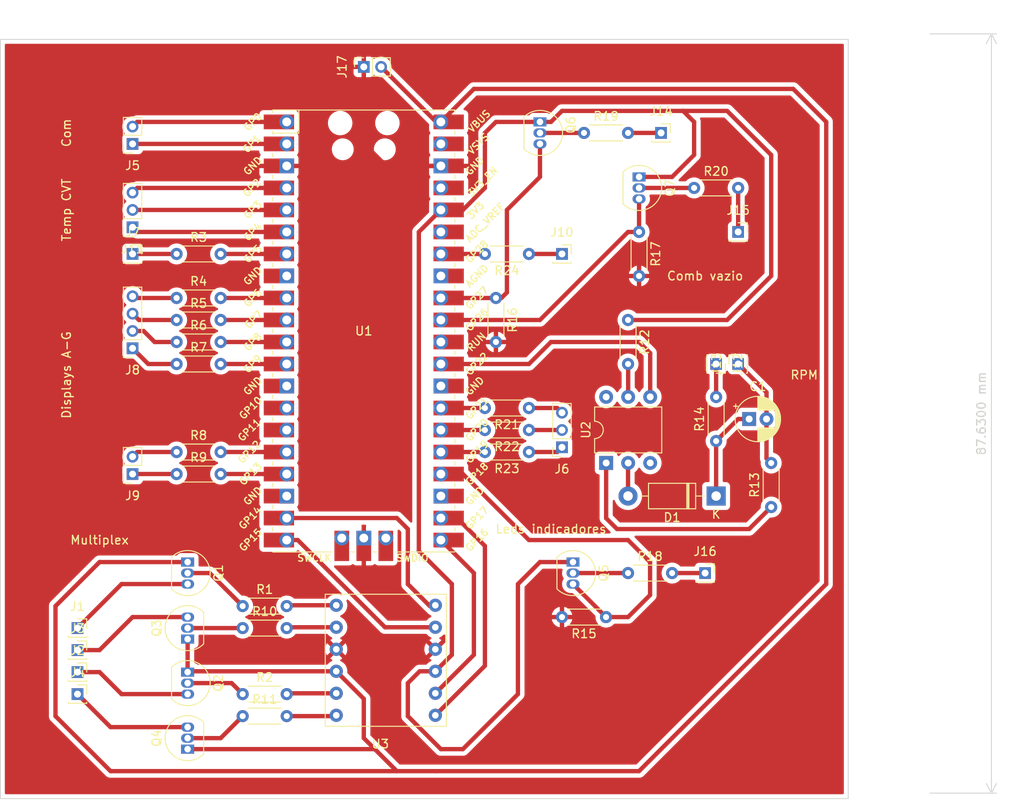
<source format=kicad_pcb>
(kicad_pcb (version 20211014) (generator pcbnew)
  (layers (0 "F.Cu" signal) (31 "B.Cu" signal) (34 "B.Paste" user) (35 "F.Paste" user) (36 "B.SilkS" user "B.Silkscreen") (37 "F.SilkS" user "F.Silkscreen") (38 "B.Mask" user) (39 "F.Mask" user) (44 "Edge.Cuts" user))
  (net 0 "")
  (net 1 "Net-(C1-Pad1)")
  (net 2 "Net-(C1-Pad2)")
  (net 3 "Net-(D1-Pad2)")
  (net 4 "Net-(J1-Pad1)")
  (net 5 "Net-(J2-Pad1)")
  (net 6 "Net-(J3-Pad1)")
  (net 7 "Net-(J4-Pad1)")
  (net 8 "HC-12_RX")
  (net 9 "HC-12_TX")
  (net 10 "LED_VERDE")
  (net 11 "LED_AMARELO")
  (net 12 "LED_VERMELHO")
  (net 13 "DISPLAY_A")
  (net 14 "DISPLAY_E")
  (net 15 "DISPLAY_D")
  (net 16 "DISPLAY_C")
  (net 17 "DISPLAY_B")
  (net 18 "DISPLAY_G")
  (net 19 "DISPLAY_F")
  (net 20 "LED_TEMPERATURA_CRITICA_CVT")
  (net 21 "GPIO_CLK")
  (net 22 "GPIO_CS")
  (net 23 "GPIO_SO")
  (net 24 "Net-(J12-Pad1)")
  (net 25 "Net-(J14-Pad1)")
  (net 26 "Net-(J15-Pad1)")
  (net 27 "Net-(J16-Pad1)")
  (net 28 "Net-(Q1-Pad2)")
  (net 29 "5V")
  (net 30 "Net-(Q2-Pad2)")
  (net 31 "Net-(Q4-Pad2)")
  (net 32 "Net-(Q5-Pad2)")
  (net 33 "VELOCIDADE")
  (net 34 "Net-(Q6-Pad2)")
  (net 35 "COMBUSTIVEL_SUPERIOR")
  (net 36 "Net-(Q7-Pad2)")
  (net 37 "COMBUSTIVEL_INFERIOR")
  (net 38 "RPM_MILHAR_5V")
  (net 39 "VEL_DECIMAL_5V")
  (net 40 "Net-(R3-Pad2)")
  (net 41 "Net-(R4-Pad2)")
  (net 42 "Net-(R5-Pad2)")
  (net 43 "Net-(R6-Pad2)")
  (net 44 "Net-(R7-Pad2)")
  (net 45 "Net-(R8-Pad2)")
  (net 46 "Net-(R9-Pad2)")
  (net 47 "RPM_CENTESIMO_5V")
  (net 48 "VEL_UNITARIO_5V")
  (net 49 "Net-(R12-Pad2)")
  (net 50 "Net-(R13-Pad1)")
  (net 51 "GND")
  (net 57 "DISPLAY_RPM_MILHAR")
  (net 58 "DISPLAY_RPM_CENTESIMAL")
  (net 59 "DISPLAY_VELOCIDADE_DECIMAL")
  (net 60 "DISPLAY_VELOCIDADE_UNITARIO")
  (net 63 "RPM")
  (net 67 "3.3V")
  (net 74 "Net-(Q3-Pad2)")
  (net 75 "Net-(J6-Pad1)")
  (net 76 "Net-(J6-Pad2)")
  (net 77 "Net-(J6-Pad3)")
  (net 78 "Net-(J10-Pad1)")
  (footprint "Resistor_THT:R_Axial_DIN0204_L3.6mm_D1.6mm_P5.08mm_Horizontal" (layer "F.Cu") (at 73.66 86.36)
    (fp_text reference "R9")
    (fp_text value "220")
  )
  (footprint "Resistor_THT:R_Axial_DIN0204_L3.6mm_D1.6mm_P5.08mm_Horizontal" (layer "F.Cu") (at 73.66 73.66)
    (fp_text reference "R7")
    (fp_text value "220")
  )
  (footprint "Connector_PinSocket_2.00mm:PinSocket_1x03_P2.00mm_Vertical" (layer "F.Cu") (at 68.58 57.88 180)
    (fp_text reference "J11")
    (fp_text value "Conn_01x03_Female")
  )
  (footprint "Package_DIP:DIP-6_W7.62mm" (layer "F.Cu") (at 123.205 85.08 90)
    (fp_text reference "U2")
    (fp_text value "4N25")
  )
  (footprint "Resistor_THT:R_Axial_DIN0204_L3.6mm_D1.6mm_P5.08mm_Horizontal" (layer "F.Cu") (at 81.28 104.14)
    (fp_text reference "R10")
    (fp_text value "10k")
  )
  (footprint "Package_TO_SOT_THT:TO-92_Inline" (layer "F.Cu") (at 74.93 105.41 90)
    (fp_text reference "Q3")
    (fp_text value "BC547")
  )
  (footprint "Connector_PinSocket_2.00mm:PinSocket_1x02_P2.00mm_Vertical" (layer "F.Cu") (at 68.58 86.36 180)
    (fp_text reference "J9")
    (fp_text value "Conn_01x02_Female")
  )
  (footprint "Resistor_THT:R_Axial_DIN0204_L3.6mm_D1.6mm_P5.08mm_Horizontal" (layer "F.Cu") (at 73.66 68.58)
    (fp_text reference "R5")
    (fp_text value "220")
  )
  (footprint "Resistor_THT:R_Axial_DIN0204_L3.6mm_D1.6mm_P5.08mm_Horizontal" (layer "F.Cu") (at 123.19 102.87 180)
    (fp_text reference "R15")
    (fp_text value "1k")
  )
  (footprint "Resistor_THT:R_Axial_DIN0204_L3.6mm_D1.6mm_P5.08mm_Horizontal" (layer "F.Cu") (at 135.89 82.55 90)
    (fp_text reference "R14")
    (fp_text value "3.3K")
  )
  (footprint "Capacitor_THT:CP_Radial_D5.0mm_P2.00mm" (layer "F.Cu") (at 139.7 80.01)
    (fp_text reference "C1")
    (fp_text value "1uF")
  )
  (footprint "Package_TO_SOT_THT:TO-92_Inline" (layer "F.Cu") (at 127 52.07 -90)
    (fp_text reference "Q7")
    (fp_text value "BC547")
  )
  (footprint "Connector_PinSocket_2.00mm:PinSocket_1x03_P2.00mm_Vertical" (layer "F.Cu") (at 118.11 83.28 180)
    (fp_text reference "J6")
    (fp_text value "Conn_01x03_Female")
  )
  (footprint "Resistor_THT:R_Axial_DIN0204_L3.6mm_D1.6mm_P5.08mm_Horizontal" (layer "F.Cu") (at 133.35 53.34)
    (fp_text reference "R20")
    (fp_text value "10k")
  )
  (footprint "Resistor_THT:R_Axial_DIN0204_L3.6mm_D1.6mm_P5.08mm_Horizontal" (layer "F.Cu") (at 73.66 66.04)
    (fp_text reference "R4")
    (fp_text value "220")
  )
  (footprint "Package_TO_SOT_THT:TO-92_Inline" (layer "F.Cu") (at 115.57 45.72 -90)
    (fp_text reference "Q6")
    (fp_text value "BC547")
  )
  (footprint "Connector_PinSocket_2.00mm:PinSocket_1x01_P2.00mm_Vertical" (layer "F.Cu") (at 62.23 104.14)
    (fp_text reference "J1")
    (fp_text value "Conn_01x01_Female")
  )
  (footprint "Connector_PinSocket_2.00mm:PinSocket_1x01_P2.00mm_Vertical" (layer "F.Cu") (at 118.11 60.96)
    (fp_text reference "J10")
    (fp_text value "Conn_01x01_Female")
  )
  (footprint "Resistor_THT:R_Axial_DIN0204_L3.6mm_D1.6mm_P5.08mm_Horizontal" (layer "F.Cu") (at 114.3 83.82 180)
    (fp_text reference "R23")
    (fp_text value "220")
  )
  (footprint "Package_TO_SOT_THT:TO-92_Inline" (layer "F.Cu") (at 74.93 118.11 90)
    (fp_text reference "Q4")
    (fp_text value "BC547")
  )
  (footprint "Resistor_THT:R_Axial_DIN0204_L3.6mm_D1.6mm_P5.08mm_Horizontal" (layer "F.Cu") (at 120.65 46.99)
    (fp_text reference "R19")
    (fp_text value "10k")
  )
  (footprint "Resistor_THT:R_Axial_DIN0204_L3.6mm_D1.6mm_P5.08mm_Horizontal" (layer "F.Cu") (at 125.73 97.79)
    (fp_text reference "R18")
    (fp_text value "10k")
  )
  (footprint "Connector_PinSocket_2.00mm:PinSocket_1x01_P2.00mm_Vertical" (layer "F.Cu") (at 138.43 73.66 90)
    (fp_text reference "J13")
    (fp_text value "Conn_01x01_Female")
  )
  (footprint "Resistor_THT:R_Axial_DIN0204_L3.6mm_D1.6mm_P5.08mm_Horizontal" (layer "F.Cu") (at 114.3 81.28 180)
    (fp_text reference "R22")
    (fp_text value "220")
  )
  (footprint "Resistor_THT:R_Axial_DIN0204_L3.6mm_D1.6mm_P5.08mm_Horizontal" (layer "F.Cu") (at 81.28 101.6)
    (fp_text reference "R1")
    (fp_text value "10k")
  )
  (footprint "Package_TO_SOT_THT:TO-92_Inline" (layer "F.Cu") (at 119.38 96.52 -90)
    (fp_text reference "Q5")
    (fp_text value "BC547")
  )
  (footprint "Resistor_THT:R_Axial_DIN0204_L3.6mm_D1.6mm_P5.08mm_Horizontal" (layer "F.Cu") (at 127 58.42 -90)
    (fp_text reference "R17")
    (fp_text value "1k")
  )
  (footprint "Connector_PinSocket_2.00mm:PinSocket_1x01_P2.00mm_Vertical" (layer "F.Cu") (at 68.58 60.96)
    (fp_text reference "J7")
    (fp_text value "Conn_01x01_Female")
  )
  (footprint "Diode_THT:D_DO-41_SOD81_P10.16mm_Horizontal" (layer "F.Cu") (at 135.89 88.9 180)
    (fp_text reference "D1")
    (fp_text value "1N5819")
  )
  (footprint "Resistor_THT:R_Axial_DIN0204_L3.6mm_D1.6mm_P5.08mm_Horizontal" (layer "F.Cu") (at 73.66 83.82)
    (fp_text reference "R8")
    (fp_text value "220")
  )
  (footprint "Connector_PinSocket_2.00mm:PinSocket_1x01_P2.00mm_Vertical" (layer "F.Cu") (at 129.54 46.99)
    (fp_text reference "J14")
    (fp_text value "Conn_01x01_Female")
  )
  (footprint "Connector_PinSocket_2.00mm:PinSocket_1x02_P2.00mm_Vertical" (layer "F.Cu") (at 95.25 39.37 90)
    (fp_text reference "J17")
    (fp_text value "Conn_01x02_Female")
  )
  (footprint "Resistor_THT:R_Axial_DIN0204_L3.6mm_D1.6mm_P5.08mm_Horizontal" (layer "F.Cu") (at 114.3 60.96 180)
    (fp_text reference "R24")
    (fp_text value "220")
  )
  (footprint "Resistor_THT:R_Axial_DIN0204_L3.6mm_D1.6mm_P5.08mm_Horizontal" (layer "F.Cu") (at 110.49 66.04 -90)
    (fp_text reference "R16")
    (fp_text value "1k")
  )
  (footprint "Package_TO_SOT_THT:TO-92_Inline" (layer "F.Cu") (at 74.93 109.22 -90)
    (fp_text reference "Q2")
    (fp_text value "BC547")
  )
  (footprint "Package_TO_SOT_THT:TO-92_Inline" (layer "F.Cu") (at 74.93 96.52 -90)
    (fp_text reference "Q1")
    (fp_text value "BC547")
  )
  (footprint "Connector_PinSocket_2.00mm:PinSocket_1x01_P2.00mm_Vertical" (layer "F.Cu") (at 138.43 58.42)
    (fp_text reference "J15")
    (fp_text value "Conn_01x01_Female")
  )
  (footprint "Connector_PinSocket_2.00mm:PinSocket_1x01_P2.00mm_Vertical" (layer "F.Cu") (at 135.89 73.66 -90)
    (fp_text reference "J12")
    (fp_text value "Conn_01x01_Female")
  )
  (footprint "Connector_PinSocket_2.00mm:PinSocket_1x01_P2.00mm_Vertical" (layer "F.Cu") (at 62.23 111.76)
    (fp_text reference "J4")
    (fp_text value "Conn_01x01_Female")
  )
  (footprint "Resistor_THT:R_Axial_DIN0204_L3.6mm_D1.6mm_P5.08mm_Horizontal" (layer "F.Cu") (at 81.28 111.76)
    (fp_text reference "R2")
    (fp_text value "10k")
  )
  (footprint "Connector_PinSocket_2.00mm:PinSocket_1x04_P2.00mm_Vertical" (layer "F.Cu") (at 68.58 71.85 180)
    (fp_text reference "J8")
    (fp_text value "Conn_01x04_Female")
  )
  (footprint "MCU_RaspberryPi_and_Boards:RPi_Pico_SMD_TH" (layer "F.Cu") (at 95.25 69.85)
    (fp_text reference "U1")
    (fp_text value "Pico")
  )
  (footprint "Connector_PinSocket_2.00mm:PinSocket_1x01_P2.00mm_Vertical" (layer "F.Cu") (at 62.23 106.68)
    (fp_text reference "J3")
    (fp_text value "Conn_01x01_Female")
  )
  (footprint "Resistor_THT:R_Axial_DIN0204_L3.6mm_D1.6mm_P5.08mm_Horizontal" (layer "F.Cu") (at 125.73 68.58 -90)
    (fp_text reference "R12")
    (fp_text value "1k")
  )
  (footprint "Resistor_THT:R_Axial_DIN0204_L3.6mm_D1.6mm_P5.08mm_Horizontal" (layer "F.Cu") (at 114.3 78.74 180)
    (fp_text reference "R21")
    (fp_text value "220")
  )
  (footprint "lucas:bi_voltage-converter" (layer "F.Cu") (at 97.155 118.015)
    (fp_text reference "U3")
    (fp_text value "Voltage_bi-converter")
  )
  (footprint "Resistor_THT:R_Axial_DIN0204_L3.6mm_D1.6mm_P5.08mm_Horizontal" (layer "F.Cu") (at 81.28 114.3)
    (fp_text reference "R11")
    (fp_text value "10k")
  )
  (footprint "Resistor_THT:R_Axial_DIN0204_L3.6mm_D1.6mm_P5.08mm_Horizontal" (layer "F.Cu") (at 73.66 60.96)
    (fp_text reference "R3")
    (fp_text value "220")
  )
  (footprint "Resistor_THT:R_Axial_DIN0204_L3.6mm_D1.6mm_P5.08mm_Horizontal" (layer "F.Cu") (at 142.24 90.17 90)
    (fp_text reference "R13")
    (fp_text value "3.3K")
  )
  (footprint "Resistor_THT:R_Axial_DIN0204_L3.6mm_D1.6mm_P5.08mm_Horizontal" (layer "F.Cu") (at 73.66 71.12)
    (fp_text reference "R6")
    (fp_text value "220")
  )
  (footprint "Connector_PinSocket_2.00mm:PinSocket_1x01_P2.00mm_Vertical" (layer "F.Cu") (at 62.23 109.22)
    (fp_text reference "J2")
    (fp_text value "Conn_01x01_Female")
  )
  (footprint "Connector_PinSocket_2.00mm:PinSocket_1x02_P2.00mm_Vertical" (layer "F.Cu") (at 68.58 48.26 180)
    (fp_text reference "J5")
    (fp_text value "Conn_01x02_Female")
  )
  (footprint "Connector_PinSocket_2.00mm:PinSocket_1x01_P2.00mm_Vertical" (layer "F.Cu") (at 134.62 97.79)
    (fp_text reference "J16")
    (fp_text value "Conn_01x01_Female")
  )
  (gr_rect (start 151.13 123.825) (end 53.34 36.195) (layer "Edge.Cuts") (width 0.1) (fill none))
  (gr_text "RPM" (at 146.05 74.93) (layer "F.SilkS") (effects (font (size 1 1))))
  (gr_text "Displays A-G\n" (at 60.96 74.93 90) (layer "F.SilkS") (effects (font (size 1 1))))
  (gr_text "Comb vazio" (at 134.62 63.5) (layer "F.SilkS") (effects (font (size 1 1))))
  (gr_text "Com" (at 60.96 46.99 90) (layer "F.SilkS") (effects (font (size 1 1))))
  (gr_text "Temp CVT\n" (at 60.96 55.88 90) (layer "F.SilkS") (effects (font (size 1 1))))
  (gr_text "Leds indicadores" (at 116.84 92.71) (layer "F.SilkS") (effects (font (size 1 1))))
  (gr_text "Multiplex" (at 64.77 93.98) (layer "F.SilkS") (effects (font (size 1 1))))
  (dimension (type aligned) (layer "Edge.Cuts") (pts (xy 160.02 123.19) (xy 160.02 35.56)) (height 7.62) (gr_text "87,6300 mm" (at 166.49 79.375 90) (layer "Edge.Cuts") (effects (font (size 1 1) (thickness 0.15)))) (format (units 3) (units_format 1) (precision 4)) (style (thickness 0.1) (arrow_length 1.27) (text_position_mode 0) (extension_height 0.58642) (extension_offset 0.5) keep_text_aligned))
  (segment (start 139.7 80.01) (end 138.43 80.01) (width 0.5) (layer "F.Cu") (net 1))
  (segment (start 138.43 80.01) (end 135.89 82.55) (width 0.5) (layer "F.Cu") (net 1))
  (segment (start 135.89 82.55) (end 135.89 88.9) (width 0.5) (layer "F.Cu") (net 1))
  (segment (start 141.7 76.93) (end 141.7 80.01) (width 0.5) (layer "F.Cu") (net 2))
  (segment (start 141.7 84.55) (end 142.24 85.09) (width 0.5) (layer "F.Cu") (net 2))
  (segment (start 138.43 73.66) (end 141.7 76.93) (width 0.5) (layer "F.Cu") (net 2))
  (segment (start 141.7 80.01) (end 141.7 84.55) (width 0.5) (layer "F.Cu") (net 2))
  (segment (start 125.73 85.095) (end 125.745 85.08) (width 0.5) (layer "F.Cu") (net 3))
  (segment (start 125.73 88.9) (end 125.73 85.095) (width 0.5) (layer "F.Cu") (net 3))
  (segment (start 67.31 99.06) (end 62.23 104.14) (width 0.5) (layer "F.Cu") (net 4))
  (segment (start 74.93 99.06) (end 67.31 99.06) (width 0.5) (layer "F.Cu") (net 4))
  (segment (start 67.31 111.76) (end 64.77 109.22) (width 0.5) (layer "F.Cu") (net 5))
  (segment (start 74.93 111.76) (end 67.31 111.76) (width 0.5) (layer "F.Cu") (net 5))
  (segment (start 64.77 109.22) (end 62.23 109.22) (width 0.5) (layer "F.Cu") (net 5))
  (segment (start 68.58 102.87) (end 64.77 106.68) (width 0.5) (layer "F.Cu") (net 6))
  (segment (start 74.93 102.87) (end 68.58 102.87) (width 0.5) (layer "F.Cu") (net 6))
  (segment (start 64.77 106.68) (end 62.23 106.68) (width 0.5) (layer "F.Cu") (net 6))
  (segment (start 66.04 115.57) (end 62.23 111.76) (width 0.5) (layer "F.Cu") (net 7))
  (segment (start 74.93 115.57) (end 66.04 115.57) (width 0.5) (layer "F.Cu") (net 7))
  (segment (start 86.36 48.26) (end 68.58 48.26) (width 0.5) (layer "F.Cu") (net 8))
  (segment (start 86.36 45.72) (end 69.12 45.72) (width 0.5) (layer "F.Cu") (net 9))
  (segment (start 69.12 45.72) (end 68.58 46.26) (width 0.5) (layer "F.Cu") (net 9))
  (segment (start 104.14 83.82) (end 109.22 83.82) (width 0.5) (layer "F.Cu") (net 10))
  (segment (start 104.14 81.28) (end 109.22 81.28) (width 0.5) (layer "F.Cu") (net 11))
  (segment (start 104.14 78.74) (end 109.22 78.74) (width 0.5) (layer "F.Cu") (net 12))
  (segment (start 73.66 60.96) (end 68.58 60.96) (width 0.5) (layer "F.Cu") (net 13))
  (segment (start 70.39 73.66) (end 68.58 71.85) (width 0.5) (layer "F.Cu") (net 14))
  (segment (start 73.66 73.66) (end 70.39 73.66) (width 0.5) (layer "F.Cu") (net 14))
  (segment (start 73.66 71.12) (end 71.12 71.12) (width 0.5) (layer "F.Cu") (net 15))
  (segment (start 71.12 71.12) (end 69.85 69.85) (width 0.5) (layer "F.Cu") (net 15))
  (segment (start 69.85 69.85) (end 68.58 69.85) (width 0.5) (layer "F.Cu") (net 15))
  (segment (start 73.66 68.58) (end 69.31 68.58) (width 0.5) (layer "F.Cu") (net 16))
  (segment (start 69.31 68.58) (end 68.58 67.85) (width 0.5) (layer "F.Cu") (net 16))
  (segment (start 68.77 66.04) (end 68.58 65.85) (width 0.5) (layer "F.Cu") (net 17))
  (segment (start 73.66 66.04) (end 68.77 66.04) (width 0.5) (layer "F.Cu") (net 17))
  (segment (start 73.66 86.36) (end 68.58 86.36) (width 0.5) (layer "F.Cu") (net 18))
  (segment (start 73.66 83.82) (end 69.12 83.82) (width 0.5) (layer "F.Cu") (net 19))
  (segment (start 69.12 83.82) (end 68.58 84.36) (width 0.5) (layer "F.Cu") (net 19))
  (segment (start 104.14 60.96) (end 109.22 60.96) (width 0.5) (layer "F.Cu") (net 20))
  (segment (start 86.36 58.42) (end 69.12 58.42) (width 0.5) (layer "F.Cu") (net 21))
  (segment (start 69.12 58.42) (end 68.58 57.88) (width 0.5) (layer "F.Cu") (net 21))
  (segment (start 86.36 55.88) (end 68.58 55.88) (width 0.5) (layer "F.Cu") (net 22))
  (segment (start 69.12 53.34) (end 68.58 53.88) (width 0.5) (layer "F.Cu") (net 23))
  (segment (start 86.36 53.34) (end 69.12 53.34) (width 0.5) (layer "F.Cu") (net 23))
  (segment (start 135.89 73.66) (end 135.89 77.47) (width 0.5) (layer "F.Cu") (net 24))
  (segment (start 129.54 46.99) (end 125.73 46.99) (width 0.5) (layer "F.Cu") (net 25))
  (segment (start 138.43 53.69) (end 138.43 58.42) (width 0.5) (layer "F.Cu") (net 26))
  (segment (start 130.81 97.79) (end 134.62 97.79) (width 0.5) (layer "F.Cu") (net 27))
  (segment (start 81.28 101.6) (end 77.47 97.79) (width 0.5) (layer "F.Cu") (net 28))
  (segment (start 77.47 97.79) (end 74.93 97.79) (width 0.5) (layer "F.Cu") (net 28))
  (segment (start 148.59 99.06) (end 127 120.65) (width 0.5) (layer "F.Cu") (net 29))
  (segment (start 107.95 41.91) (end 144.78 41.91) (width 0.5) (layer "F.Cu") (net 29))
  (segment (start 92.075 109.125) (end 75.025 109.125) (width 0.5) (layer "F.Cu") (net 29))
  (segment (start 127 120.65) (end 103.6 120.65) (width 0.5) (layer "F.Cu") (net 29))
  (segment (start 74.93 118.11) (end 96.52 118.11) (width 0.5) (layer "F.Cu") (net 29))
  (segment (start 74.93 109.22) (end 74.93 105.41) (width 0.5) (layer "F.Cu") (net 29))
  (segment (start 96.52 118.11) (end 99.06 120.65) (width 0.5) (layer "F.Cu") (net 29))
  (segment (start 104.14 45.72) (end 107.95 41.91) (width 0.5) (layer "F.Cu") (net 29))
  (segment (start 144.78 41.91) (end 148.59 45.72) (width 0.5) (layer "F.Cu") (net 29))
  (segment (start 64.77 96.52) (end 74.93 96.52) (width 0.5) (layer "F.Cu") (net 29))
  (segment (start 103.6 120.65) (end 66.04 120.65) (width 0.5) (layer "F.Cu") (net 29))
  (segment (start 59.69 101.6) (end 64.77 96.52) (width 0.5) (layer "F.Cu") (net 29))
  (segment (start 59.69 114.3) (end 59.69 101.6) (width 0.5) (layer "F.Cu") (net 29))
  (segment (start 103.6 45.72) (end 104.14 45.72) (width 0.25) (layer "F.Cu") (net 29))
  (segment (start 92.075 109.125) (end 95.25 112.3) (width 0.5) (layer "F.Cu") (net 29))
  (segment (start 95.25 116.84) (end 96.52 118.11) (width 0.5) (layer "F.Cu") (net 29))
  (segment (start 75.025 109.125) (end 74.93 109.22) (width 0.5) (layer "F.Cu") (net 29))
  (segment (start 66.04 120.65) (end 59.69 114.3) (width 0.5) (layer "F.Cu") (net 29))
  (segment (start 97.25 39.37) (end 103.6 45.72) (width 0.5) (layer "F.Cu") (net 29))
  (segment (start 95.25 112.3) (end 95.25 116.84) (width 0.5) (layer "F.Cu") (net 29))
  (segment (start 148.59 45.72) (end 148.59 99.06) (width 0.5) (layer "F.Cu") (net 29))
  (segment (start 81.28 111.76) (end 80.01 110.49) (width 0.5) (layer "F.Cu") (net 30))
  (segment (start 80.01 110.49) (end 74.93 110.49) (width 0.5) (layer "F.Cu") (net 30))
  (segment (start 78.74 116.84) (end 81.28 114.3) (width 0.5) (layer "F.Cu") (net 31))
  (segment (start 74.93 116.84) (end 78.74 116.84) (width 0.5) (layer "F.Cu") (net 31))
  (segment (start 119.38 97.79) (end 125.73 97.79) (width 0.5) (layer "F.Cu") (net 32))
  (segment (start 125.73 93.98) (end 114.3 93.98) (width 0.5) (layer "F.Cu") (net 33))
  (segment (start 128.27 100.33) (end 128.27 96.52) (width 0.5) (layer "F.Cu") (net 33))
  (segment (start 125.73 102.87) (end 128.27 100.33) (width 0.5) (layer "F.Cu") (net 33))
  (segment (start 128.27 96.52) (end 125.73 93.98) (width 0.5) (layer "F.Cu") (net 33))
  (segment (start 106.68 86.36) (end 104.14 86.36) (width 0.5) (layer "F.Cu") (net 33))
  (segment (start 114.3 93.98) (end 106.68 86.36) (width 0.5) (layer "F.Cu") (net 33))
  (segment (start 123.19 102.87) (end 119.38 99.06) (width 0.5) (layer "F.Cu") (net 33))
  (segment (start 123.19 102.87) (end 125.73 102.87) (width 0.5) (layer "F.Cu") (net 33))
  (segment (start 120.65 46.99) (end 115.57 46.99) (width 0.5) (layer "F.Cu") (net 34))
  (segment (start 115.57 52.07) (end 111.76 55.88) (width 0.5) (layer "F.Cu") (net 35))
  (segment (start 115.57 48.26) (end 115.57 52.07) (width 0.5) (layer "F.Cu") (net 35))
  (segment (start 111.125 66.04) (end 104.14 66.04) (width 0.5) (layer "F.Cu") (net 35))
  (segment (start 111.76 65.405) (end 111.125 66.04) (width 0.5) (layer "F.Cu") (net 35))
  (segment (start 111.76 55.88) (end 111.76 65.405) (width 0.5) (layer "F.Cu") (net 35))
  (segment (start 133.35 53.34) (end 127 53.34) (width 0.5) (layer "F.Cu") (net 36))
  (segment (start 133.35 53.69) (end 133 53.34) (width 0.5) (layer "F.Cu") (net 36))
  (segment (start 115.57 68.58) (end 125.73 58.42) (width 0.5) (layer "F.Cu") (net 37))
  (segment (start 127 54.61) (end 127 58.42) (width 0.5) (layer "F.Cu") (net 37))
  (segment (start 125.73 58.42) (end 127 58.42) (width 0.5) (layer "F.Cu") (net 37))
  (segment (start 104.14 68.58) (end 115.57 68.58) (width 0.5) (layer "F.Cu") (net 37))
  (segment (start 92.075 101.505) (end 86.455 101.505) (width 0.5) (layer "F.Cu") (net 38))
  (segment (start 86.455 101.505) (end 86.36 101.6) (width 0.5) (layer "F.Cu") (net 38))
  (segment (start 92.075 111.665) (end 86.455 111.665) (width 0.5) (layer "F.Cu") (net 39))
  (segment (start 86.455 111.665) (end 86.36 111.76) (width 0.5) (layer "F.Cu") (net 39))
  (segment (start 86.36 60.96) (end 78.74 60.96) (width 0.5) (layer "F.Cu") (net 40))
  (segment (start 86.36 66.04) (end 78.74 66.04) (width 0.5) (layer "F.Cu") (net 41))
  (segment (start 86.36 68.58) (end 78.74 68.58) (width 0.5) (layer "F.Cu") (net 42))
  (segment (start 86.36 71.12) (end 78.74 71.12) (width 0.5) (layer "F.Cu") (net 43))
  (segment (start 86.36 73.66) (end 78.74 73.66) (width 0.5) (layer "F.Cu") (net 44))
  (segment (start 86.36 83.82) (end 78.74 83.82) (width 0.5) (layer "F.Cu") (net 45))
  (segment (start 86.36 86.36) (end 78.74 86.36) (width 0.5) (layer "F.Cu") (net 46))
  (segment (start 92.075 104.045) (end 86.455 104.045) (width 0.5) (layer "F.Cu") (net 47))
  (segment (start 86.455 104.045) (end 86.36 104.14) (width 0.5) (layer "F.Cu") (net 47))
  (segment (start 91.98 114.3) (end 92.075 114.205) (width 0.5) (layer "F.Cu") (net 48))
  (segment (start 86.36 114.3) (end 91.98 114.3) (width 0.5) (layer "F.Cu") (net 48))
  (segment (start 125.745 77.46) (end 125.745 73.675) (width 0.5) (layer "F.Cu") (net 49))
  (segment (start 125.745 73.675) (end 125.73 73.66) (width 0.25) (layer "F.Cu") (net 49))
  (segment (start 125.73 77.445) (end 125.745 77.46) (width 0.25) (layer "F.Cu") (net 49))
  (segment (start 139.7 92.71) (end 124.46 92.71) (width 0.5) (layer "F.Cu") (net 50))
  (segment (start 142.24 90.17) (end 139.7 92.71) (width 0.5) (layer "F.Cu") (net 50))
  (segment (start 123.205 91.455) (end 123.205 85.08) (width 0.5) (layer "F.Cu") (net 50))
  (segment (start 124.46 92.71) (end 123.205 91.455) (width 0.5) (layer "F.Cu") (net 50))
  (segment (start 95.25 48.222091) (end 97.827909 50.8) (width 0.5) (layer "F.Cu") (net 51))
  (segment (start 95.25 39.37) (end 95.25 48.222091) (width 0.5) (layer "F.Cu") (net 51))
  (segment (start 97.827909 50.8) (end 104.14 50.8) (width 0.5) (layer "F.Cu") (net 51))
  (segment (start 100.33 92.71) (end 100.33 99.06) (width 0.5) (layer "F.Cu") (net 57))
  (segment (start 100.33 99.06) (end 102.87 101.6) (width 0.5) (layer "F.Cu") (net 57))
  (segment (start 102.87 101.6) (end 103.41 101.6) (width 0.5) (layer "F.Cu") (net 57))
  (segment (start 103.41 101.6) (end 103.505 101.505) (width 0.5) (layer "F.Cu") (net 57))
  (segment (start 99.06 91.44) (end 100.33 92.71) (width 0.5) (layer "F.Cu") (net 57))
  (segment (start 86.36 91.44) (end 99.06 91.44) (width 0.5) (layer "F.Cu") (net 57))
  (segment (start 86.36 93.98) (end 87.63 93.98) (width 0.5) (layer "F.Cu") (net 58))
  (segment (start 87.63 93.98) (end 97.695 104.045) (width 0.5) (layer "F.Cu") (net 58))
  (segment (start 97.695 104.045) (end 103.505 104.045) (width 0.5) (layer "F.Cu") (net 58))
  (segment (start 107.95 107.22) (end 103.505 111.665) (width 0.5) (layer "F.Cu") (net 59))
  (segment (start 104.14 93.98) (end 107.95 97.79) (width 0.5) (layer "F.Cu") (net 59))
  (segment (start 107.95 97.79) (end 107.95 107.22) (width 0.5) (layer "F.Cu") (net 59))
  (segment (start 109.22 94.660978) (end 109.22 108.49) (width 0.5) (layer "F.Cu") (net 60))
  (segment (start 105.999022 91.44) (end 109.22 94.660978) (width 0.5) (layer "F.Cu") (net 60))
  (segment (start 109.22 108.49) (end 103.505 114.205) (width 0.5) (layer "F.Cu") (net 60))
  (segment (start 104.14 91.44) (end 105.999022 91.44) (width 0.5) (layer "F.Cu") (net 60))
  (segment (start 127 71.12) (end 116.84 71.12) (width 0.5) (layer "F.Cu") (net 63))
  (segment (start 128.285 77.46) (end 128.285 72.405) (width 0.5) (layer "F.Cu") (net 63))
  (segment (start 116.84 71.12) (end 114.3 73.66) (width 0.5) (layer "F.Cu") (net 63))
  (segment (start 114.3 73.66) (end 104.14 73.66) (width 0.5) (layer "F.Cu") (net 63))
  (segment (start 128.285 72.405) (end 127 71.12) (width 0.5) (layer "F.Cu") (net 63))
  (segment (start 110.49 45.72) (end 115.57 45.72) (width 0.5) (layer "F.Cu") (net 67))
  (segment (start 137.16 68.58) (end 125.73 68.58) (width 0.5) (layer "F.Cu") (net 67))
  (segment (start 105.41 107.22) (end 103.505 109.125) (width 0.5) (layer "F.Cu") (net 67))
  (segment (start 118.11 44.45) (end 132.08 44.45) (width 0.5) (layer "F.Cu") (net 67))
  (segment (start 104.14 55.88) (end 106.68 55.88) (width 0.5) (layer "F.Cu") (net 67))
  (segment (start 106.68 55.88) (end 109.22 53.34) (width 0.5) (layer "F.Cu") (net 67))
  (segment (start 133.35 49.53) (end 130.81 52.07) (width 0.5) (layer "F.Cu") (net 67))
  (segment (start 116.84 45.72) (end 118.11 44.45) (width 0.5) (layer "F.Cu") (net 67))
  (segment (start 137.16 44.45) (end 142.24 49.53) (width 0.5) (layer "F.Cu") (net 67))
  (segment (start 115.57 45.72) (end 116.84 45.72) (width 0.5) (layer "F.Cu") (net 67))
  (segment (start 101.6 58.42) (end 101.6 95.25) (width 0.5) (layer "F.Cu") (net 67))
  (segment (start 115.57 96.52) (end 119.38 96.52) (width 0.5) (layer "F.Cu") (net 67))
  (segment (start 100.33 114.3) (end 104.14 118.11) (width 0.5) (layer "F.Cu") (net 67))
  (segment (start 132.08 44.45) (end 133.35 45.72) (width 0.5) (layer "F.Cu") (net 67))
  (segment (start 103.505 109.125) (end 101.695 109.125) (width 0.5) (layer "F.Cu") (net 67))
  (segment (start 105.41 99.06) (end 105.41 107.22) (width 0.5) (layer "F.Cu") (net 67))
  (segment (start 133.35 45.72) (end 133.35 49.53) (width 0.5) (layer "F.Cu") (net 67))
  (segment (start 109.22 46.99) (end 110.49 45.72) (width 0.5) (layer "F.Cu") (net 67))
  (segment (start 104.14 55.88) (end 101.6 58.42) (width 0.5) (layer "F.Cu") (net 67))
  (segment (start 101.6 95.25) (end 105.41 99.06) (width 0.5) (layer "F.Cu") (net 67))
  (segment (start 104.14 118.11) (end 106.68 118.11) (width 0.5) (layer "F.Cu") (net 67))
  (segment (start 101.695 109.125) (end 100.33 110.49) (width 0.5) (layer "F.Cu") (net 67))
  (segment (start 130.81 52.07) (end 127 52.07) (width 0.5) (layer "F.Cu") (net 67))
  (segment (start 132.08 44.45) (end 137.16 44.45) (width 0.5) (layer "F.Cu") (net 67))
  (segment (start 113.03 111.76) (end 113.03 99.06) (width 0.5) (layer "F.Cu") (net 67))
  (segment (start 109.22 53.34) (end 109.22 46.99) (width 0.5) (layer "F.Cu") (net 67))
  (segment (start 142.24 49.53) (end 142.24 63.5) (width 0.5) (layer "F.Cu") (net 67))
  (segment (start 100.33 110.49) (end 100.33 114.3) (width 0.5) (layer "F.Cu") (net 67))
  (segment (start 113.03 99.06) (end 115.57 96.52) (width 0.5) (layer "F.Cu") (net 67))
  (segment (start 106.68 118.11) (end 113.03 111.76) (width 0.5) (layer "F.Cu") (net 67))
  (segment (start 142.24 63.5) (end 137.16 68.58) (width 0.5) (layer "F.Cu") (net 67))
  (segment (start 81.28 104.14) (end 74.93 104.14) (width 0.5) (layer "F.Cu") (net 74))
  (segment (start 114.3 83.82) (end 117.57 83.82) (width 0.5) (layer "F.Cu") (net 75))
  (segment (start 117.57 83.82) (end 118.11 83.28) (width 0.5) (layer "F.Cu") (net 75))
  (segment (start 114.3 81.28) (end 118.11 81.28) (width 0.5) (layer "F.Cu") (net 76))
  (segment (start 117.57 78.74) (end 118.11 79.28) (width 0.5) (layer "F.Cu") (net 77))
  (segment (start 114.3 78.74) (end 117.57 78.74) (width 0.5) (layer "F.Cu") (net 77))
  (segment (start 114.3 60.96) (end 118.11 60.96) (width 0.5) (layer "F.Cu") (net 78))
  (zone (net 51) (net_name "GND") (layer "F.Cu") (connect_pads (clearance 0.508)) (min_thickness 0.254) (fill yes (thermal_gap 0.508) (thermal_bridge_width 0.508))
    (polygon (pts (xy 151.13 124.46) (xy 53.34 124.46) (xy 53.34 35.56) (xy 151.13 35.56)))
  )
)
</source>
